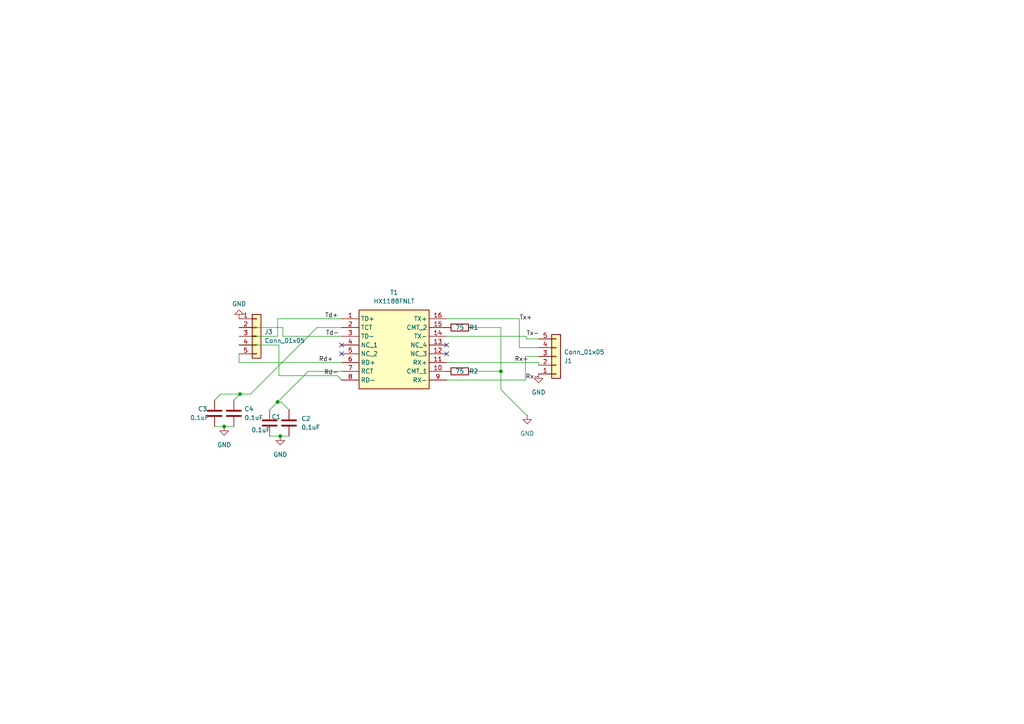
<source format=kicad_sch>
(kicad_sch (version 20230121) (generator eeschema)
  (paper "A4")
  (lib_symbols
    (symbol "BestMagnetic:HX1188FNLT"
      (property "Reference" "T" (at 26.67 7.62 0))
      (property "Value" "HX1188FNLT" (at 26.67 5.08 0))
      (symbol "HX1188FNLT_1_1"
        (rectangle (start 5.08 2.54) (end 25.4 -20.32) (stroke (width 0.254)) (fill (type background)))
        (pin passive line (at 0 0 0) (length 5.08) (name "TD+") (number "1"))
        (pin passive line (at 30.48 -15.24 180) (length 5.08) (name "CMT_1") (number "10"))
        (pin passive line (at 30.48 -12.7 180) (length 5.08) (name "RX+") (number "11"))
        (pin passive line (at 30.48 -10.16 180) (length 5.08) (name "NC_3") (number "12"))
        (pin passive line (at 30.48 -7.62 180) (length 5.08) (name "NC_4") (number "13"))
        (pin passive line (at 30.48 -5.08 180) (length 5.08) (name "TX-") (number "14"))
        (pin passive line (at 30.48 -2.54 180) (length 5.08) (name "CMT_2") (number "15"))
        (pin passive line (at 30.48 0 180) (length 5.08) (name "TX+") (number "16"))
        (pin passive line (at 0 -2.54 0) (length 5.08) (name "TCT") (number "2"))
        (pin passive line (at 0 -5.08 0) (length 5.08) (name "TD-") (number "3"))
        (pin passive line (at 0 -7.62 0) (length 5.08) (name "NC_1") (number "4"))
        (pin passive line (at 0 -10.16 0) (length 5.08) (name "NC_2") (number "5"))
        (pin passive line (at 0 -12.7 0) (length 5.08) (name "RD+") (number "6"))
        (pin passive line (at 0 -15.24 0) (length 5.08) (name "RCT") (number "7"))
        (pin passive line (at 0 -17.78 0) (length 5.08) (name "RD-") (number "8"))
        (pin passive line (at 30.48 -17.78 180) (length 5.08) (name "RX-") (number "9"))
      )
    )
    (symbol "Connector_Generic:Conn_01x05" (pin_names (offset 1.016) hide)
      (property "Reference" "J" (at 0 7.62 0))
      (property "Value" "Conn_01x05" (at 0 -7.62 0))
      (symbol "Conn_01x05_1_1"
        (rectangle (start -1.27 -4.953) (end 0 -5.207) (stroke (width 0.1524)))
        (rectangle (start -1.27 -2.413) (end 0 -2.667) (stroke (width 0.1524)))
        (rectangle (start -1.27 0.127) (end 0 -0.127) (stroke (width 0.1524)))
        (rectangle (start -1.27 2.667) (end 0 2.413) (stroke (width 0.1524)))
        (rectangle (start -1.27 5.207) (end 0 4.953) (stroke (width 0.1524)))
        (rectangle (start -1.27 6.35) (end 1.27 -6.35) (stroke (width 0.254)) (fill (type background)))
        (pin passive line (at -5.08 5.08 0) (length 3.81) (name "Pin_1") (number "1"))
        (pin passive line (at -5.08 2.54 0) (length 3.81) (name "Pin_2") (number "2"))
        (pin passive line (at -5.08 0 0) (length 3.81) (name "Pin_3") (number "3"))
        (pin passive line (at -5.08 -2.54 0) (length 3.81) (name "Pin_4") (number "4"))
        (pin passive line (at -5.08 -5.08 0) (length 3.81) (name "Pin_5") (number "5"))
      )
    )
    (symbol "Device:C" (pin_numbers hide) (pin_names (offset 0.254))
      (property "Reference" "C" (at 0.635 2.54 0))
      (property "Value" "C" (at 0.635 -2.54 0))
      (symbol "C_0_1"
        (polyline (pts (xy -2.032 -0.762) (xy 2.032 -0.762)) (stroke (width 0.508)))
        (polyline (pts (xy -2.032 0.762) (xy 2.032 0.762)) (stroke (width 0.508)))
      )
      (symbol "C_1_1"
        (pin passive line (at 0 3.81 270) (length 2.794) (name "~") (number "1"))
        (pin passive line (at 0 -3.81 90) (length 2.794) (name "~") (number "2"))
      )
    )
    (symbol "Device:R" (pin_numbers hide) (pin_names (offset 0))
      (property "Reference" "R" (at 2.032 0 90))
      (property "Value" "R" (at 0 0 90))
      (symbol "R_0_1"
        (rectangle (start -1.016 -2.54) (end 1.016 2.54) (stroke (width 0.254)))
      )
      (symbol "R_1_1"
        (pin passive line (at 0 3.81 270) (length 1.27) (name "~") (number "1"))
        (pin passive line (at 0 -3.81 90) (length 1.27) (name "~") (number "2"))
      )
    )
    (symbol "power:GND" (power) (pin_names (offset 0))
      (property "Value" "GND" (at 0 -3.81 0))
      (symbol "GND_0_1"
        (polyline (pts (xy 0 0) (xy 0 -1.27) (xy 1.27 -1.27) (xy 0 -2.54) (xy -1.27 -1.27) (xy 0 -1.27)))
      )
      (symbol "GND_1_1"
        (pin power_in line (at 0 0 270) (length 0) hide (name "GND") (number "1"))
      )
    )
  )
  (junction (at 145.288 107.696))
  (junction (at 69.596 114.3))
  (junction (at 81.28 126.492))
  (junction (at 65.024 123.698))
  (junction (at 80.518 116.586))
  (no_connect (at 99.06 100.076))
  (no_connect (at 99.06 102.616))
  (no_connect (at 129.54 100.076))
  (no_connect (at 129.54 102.616))
  (wire (pts (xy 129.54 110.236) (xy 152.4 110.236)))
  (wire (pts (xy 80.899 108.966) (xy 80.899 100.076)))
  (wire (pts (xy 65.024 123.698) (xy 67.818 123.698)))
  (wire (pts (xy 152.654 97.536) (xy 152.654 98.298)))
  (wire (pts (xy 62.23 123.698) (xy 65.024 123.698)))
  (wire (pts (xy 152.654 97.536) (xy 129.54 97.536)))
  (wire (pts (xy 80.518 116.586) (xy 89.408 107.696)))
  (wire (pts (xy 82.042 97.536) (xy 82.042 94.996)))
  (wire (pts (xy 80.518 116.586) (xy 81.534 116.586)))
  (wire (pts (xy 97.79 108.966) (xy 80.899 108.966)))
  (wire (pts (xy 156.21 98.298) (xy 152.654 98.298)))
  (wire (pts (xy 152.654 120.396) (xy 152.908 120.396)))
  (wire (pts (xy 152.4 110.236) (xy 152.4 103.378)))
  (wire (pts (xy 82.042 94.996) (xy 69.342 94.996)))
  (wire (pts (xy 81.534 116.586) (xy 83.82 118.872)))
  (wire (pts (xy 97.79 108.966) (xy 99.06 110.236)))
  (wire (pts (xy 99.06 94.996) (xy 91.948 94.996)))
  (wire (pts (xy 69.596 114.3) (xy 72.644 114.3)))
  (wire (pts (xy 72.644 114.3) (xy 91.948 94.996)))
  (wire (pts (xy 78.232 126.492) (xy 81.28 126.492)))
  (wire (pts (xy 145.288 94.996) (xy 145.288 107.696)))
  (wire (pts (xy 80.518 92.456) (xy 80.518 97.536)))
  (wire (pts (xy 156.21 105.156) (xy 156.21 105.918)))
  (wire (pts (xy 69.596 114.3) (xy 67.818 116.078)))
  (wire (pts (xy 129.54 105.156) (xy 156.21 105.156)))
  (wire (pts (xy 129.54 92.456) (xy 150.622 92.456)))
  (wire (pts (xy 64.008 114.3) (xy 62.23 116.078)))
  (wire (pts (xy 81.28 126.492) (xy 83.82 126.492)))
  (wire (pts (xy 64.008 114.3) (xy 69.596 114.3)))
  (wire (pts (xy 99.06 105.156) (xy 69.342 105.156)))
  (wire (pts (xy 99.06 97.536) (xy 82.042 97.536)))
  (wire (pts (xy 99.06 107.696) (xy 89.408 107.696)))
  (wire (pts (xy 152.4 103.378) (xy 156.21 103.378)))
  (wire (pts (xy 78.232 118.872) (xy 80.518 116.586)))
  (wire (pts (xy 80.899 100.076) (xy 69.342 100.076)))
  (wire (pts (xy 99.06 92.456) (xy 80.518 92.456)))
  (wire (pts (xy 150.622 92.456) (xy 150.622 100.838)))
  (wire (pts (xy 137.16 94.996) (xy 145.288 94.996)))
  (wire (pts (xy 137.16 107.696) (xy 145.288 107.696)))
  (wire (pts (xy 80.518 97.536) (xy 69.342 97.536)))
  (wire (pts (xy 145.288 113.03) (xy 152.654 120.396)))
  (wire (pts (xy 145.288 107.696) (xy 145.288 113.03)))
  (wire (pts (xy 150.622 100.838) (xy 156.21 100.838)))
  (wire (pts (xy 69.342 105.156) (xy 69.342 102.616)))
  (label "Td-" (at 94.488 97.536 0))
  (label "Tx-" (at 152.654 97.663 0))
  (label "Td+" (at 94.234 92.456 0))
  (label "Rx-" (at 152.4 110.236 0))
  (label "Rd+" (at 92.456 105.156 0))
  (label "Rx+" (at 149.225 105.156 0))
  (label "Rd-" (at 93.98 108.966 0))
  (label "Tx+" (at 150.622 93.091 0))
  (symbol (lib_id "power:GND") (at 81.28 126.492 0) (unit 1)
    (property "Reference" "#PWR01" (effects hide))
    (property "Value" "GND" (at 81.28 131.826 0))
  )
  (symbol (lib_id "Device:R") (at 133.35 94.996 90) (unit 1)
    (property "Reference" "R1" (at 137.414 94.996 90))
    (property "Value" "75" (at 133.35 94.996 90))
    (property "Footprint" "Resistor_SMD:R_0603_1608Metric" (effects hide))
  )
  (symbol (lib_id "Device:C") (at 83.82 122.682 0) (unit 1)
    (property "Reference" "C2" (at 87.376 121.412 0) (effects (justify left)))
    (property "Value" "0.1uF" (at 87.376 123.952 0) (effects (justify left)))
    (property "Footprint" "Capacitor_SMD:C_0603_1608Metric" (effects hide))
  )
  (symbol (lib_id "power:GND") (at 65.024 123.698 0) (unit 1)
    (property "Reference" "#PWR02" (effects hide))
    (property "Value" "GND" (at 65.024 129.032 0))
  )
  (symbol (lib_id "power:GND") (at 152.908 120.396 0) (unit 1)
    (property "Reference" "#PWR04" (effects hide))
    (property "Value" "GND" (at 152.908 125.73 0))
  )
  (symbol (lib_id "Device:R") (at 133.35 107.696 90) (unit 1)
    (property "Reference" "R2" (at 137.414 107.696 90))
    (property "Value" "75" (at 133.35 107.696 90))
    (property "Footprint" "Resistor_SMD:R_0603_1608Metric" (effects hide))
  )
  (symbol (lib_id "Device:C") (at 78.232 122.682 0) (unit 1)
    (property "Reference" "C1" (at 78.74 120.904 0) (effects (justify left)))
    (property "Value" "0.1uF" (at 72.898 124.714 0) (effects (justify left)))
    (property "Footprint" "Capacitor_SMD:C_0603_1608Metric" (effects hide))
  )
  (symbol (lib_id "Device:C") (at 62.23 119.888 0) (unit 1)
    (property "Reference" "C3" (at 57.404 118.618 0) (effects (justify left)))
    (property "Value" "0.1uF" (at 55.118 121.158 0) (effects (justify left)))
    (property "Footprint" "Capacitor_SMD:C_0603_1608Metric" (effects hide))
  )
  (symbol (lib_id "power:GND") (at 69.342 92.456 180) (unit 1)
    (property "Reference" "#PWR03" (effects hide))
    (property "Value" "GND" (at 69.342 88.138 0))
  )
  (symbol (lib_id "BestMagnetic:HX1188FNLT") (at 99.06 92.456 0) (unit 1)
    (property "Reference" "T1" (at 114.3 84.836 0))
    (property "Value" "HX1188FNLT" (at 114.3 87.376 0))
    (property "Footprint" "Magnetic_breakout:HX1188FNLT" (effects hide))
    (property "Datasheet" "https://productfinder.pulseeng.com/products/datasheets/hx1188fnl.pdf" (effects hide))
    (property "Height" "5.99" (effects hide))
    (property "Mouser Part Number" "673-HX1188FNLT" (effects hide))
    (property "Mouser Price/Stock" "https://www.mouser.co.uk/ProductDetail/Pulse-Electronics/HX1188FNLT?qs=tJ9riMc3cOc7BmUs9nU7TQ%3D%3D" (effects hide))
    (property "Manufacturer_Name" "Pulse Electronics" (effects hide))
    (property "Manufacturer_Part_Number" "HX1188FNLT" (effects hide))
  )
  (symbol (lib_id "power:GND") (at 156.21 108.458 0) (unit 1)
    (property "Reference" "#PWR05" (effects hide))
    (property "Value" "GND" (at 156.21 113.792 0))
  )
  (symbol (lib_id "Connector_Generic:Conn_01x05") (at 74.422 97.536 0) (unit 1)
    (property "Reference" "J3" (at 76.708 96.266 0) (effects (justify left)))
    (property "Value" "Conn_01x05" (at 76.708 98.806 0) (effects (justify left)))
    (property "Footprint" "Connector_Molex:Molex_PicoBlade_53047-0510_1x05_P1.25mm_Vertical" (effects hide))
  )
  (symbol (lib_id "Connector_Generic:Conn_01x05") (at 161.29 103.378 0) (mirror x) (unit 1)
    (property "Reference" "J1" (at 163.576 104.648 0) (effects (justify left)))
    (property "Value" "Conn_01x05" (at 163.576 102.108 0) (effects (justify left)))
    (property "Footprint" "Connector_Molex:Molex_PicoBlade_53047-0510_1x05_P1.25mm_Vertical" (effects hide))
  )
  (symbol (lib_id "Device:C") (at 67.818 119.888 0) (unit 1)
    (property "Reference" "C4" (at 70.866 118.618 0) (effects (justify left)))
    (property "Value" "0.1uF" (at 70.866 121.158 0) (effects (justify left)))
    (property "Footprint" "Capacitor_SMD:C_0603_1608Metric" (effects hide))
  )
)
</source>
